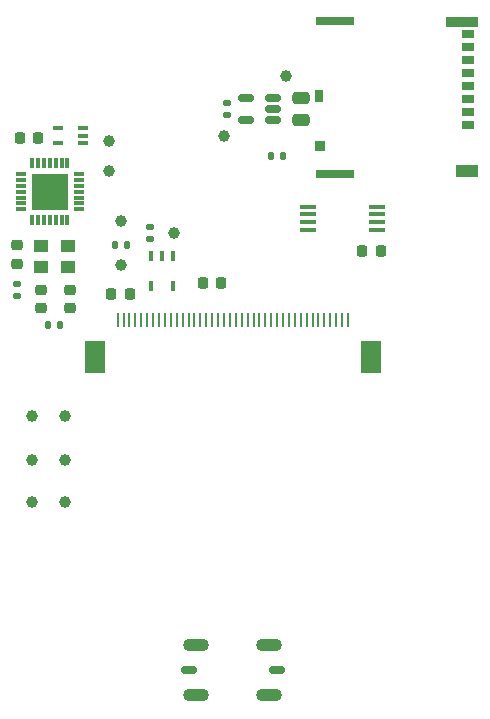
<source format=gbr>
%TF.GenerationSoftware,KiCad,Pcbnew,6.0.11-2627ca5db0~126~ubuntu22.04.1*%
%TF.CreationDate,2023-07-14T17:47:18-07:00*%
%TF.ProjectId,small-display,736d616c-6c2d-4646-9973-706c61792e6b,rev?*%
%TF.SameCoordinates,Original*%
%TF.FileFunction,Soldermask,Bot*%
%TF.FilePolarity,Negative*%
%FSLAX46Y46*%
G04 Gerber Fmt 4.6, Leading zero omitted, Abs format (unit mm)*
G04 Created by KiCad (PCBNEW 6.0.11-2627ca5db0~126~ubuntu22.04.1) date 2023-07-14 17:47:18*
%MOMM*%
%LPD*%
G01*
G04 APERTURE LIST*
G04 Aperture macros list*
%AMRoundRect*
0 Rectangle with rounded corners*
0 $1 Rounding radius*
0 $2 $3 $4 $5 $6 $7 $8 $9 X,Y pos of 4 corners*
0 Add a 4 corners polygon primitive as box body*
4,1,4,$2,$3,$4,$5,$6,$7,$8,$9,$2,$3,0*
0 Add four circle primitives for the rounded corners*
1,1,$1+$1,$2,$3*
1,1,$1+$1,$4,$5*
1,1,$1+$1,$6,$7*
1,1,$1+$1,$8,$9*
0 Add four rect primitives between the rounded corners*
20,1,$1+$1,$2,$3,$4,$5,0*
20,1,$1+$1,$4,$5,$6,$7,0*
20,1,$1+$1,$6,$7,$8,$9,0*
20,1,$1+$1,$8,$9,$2,$3,0*%
G04 Aperture macros list end*
%ADD10O,2.200000X1.100000*%
%ADD11O,1.400000X0.700000*%
%ADD12C,1.000000*%
%ADD13RoundRect,0.135000X0.185000X-0.135000X0.185000X0.135000X-0.185000X0.135000X-0.185000X-0.135000X0*%
%ADD14RoundRect,0.225000X0.225000X0.250000X-0.225000X0.250000X-0.225000X-0.250000X0.225000X-0.250000X0*%
%ADD15R,0.850000X0.400000*%
%ADD16RoundRect,0.225000X-0.225000X-0.250000X0.225000X-0.250000X0.225000X0.250000X-0.225000X0.250000X0*%
%ADD17RoundRect,0.225000X-0.250000X0.225000X-0.250000X-0.225000X0.250000X-0.225000X0.250000X0.225000X0*%
%ADD18RoundRect,0.007800X-0.422200X-0.122200X0.422200X-0.122200X0.422200X0.122200X-0.422200X0.122200X0*%
%ADD19RoundRect,0.007800X-0.122200X0.422200X-0.122200X-0.422200X0.122200X-0.422200X0.122200X0.422200X0*%
%ADD20R,3.100000X3.100000*%
%ADD21RoundRect,0.135000X-0.135000X-0.185000X0.135000X-0.185000X0.135000X0.185000X-0.135000X0.185000X0*%
%ADD22R,0.457200X0.952500*%
%ADD23RoundRect,0.150000X0.512500X0.150000X-0.512500X0.150000X-0.512500X-0.150000X0.512500X-0.150000X0*%
%ADD24RoundRect,0.135000X-0.185000X0.135000X-0.185000X-0.135000X0.185000X-0.135000X0.185000X0.135000X0*%
%ADD25RoundRect,0.250000X-0.475000X0.250000X-0.475000X-0.250000X0.475000X-0.250000X0.475000X0.250000X0*%
%ADD26R,1.100000X0.700000*%
%ADD27R,0.930000X0.900000*%
%ADD28R,0.780000X1.050000*%
%ADD29R,2.800000X0.860000*%
%ADD30R,3.330000X0.700000*%
%ADD31R,1.830000X1.140000*%
%ADD32R,1.300000X1.100000*%
%ADD33R,1.473200X0.355600*%
%ADD34RoundRect,0.135000X0.135000X0.185000X-0.135000X0.185000X-0.135000X-0.185000X0.135000X-0.185000X0*%
%ADD35R,0.254000X1.295400*%
%ADD36R,1.727200X2.794000*%
G04 APERTURE END LIST*
D10*
%TO.C,J1*%
X18400000Y-56350000D03*
X24600000Y-56350000D03*
D11*
X25250000Y-58500000D03*
D10*
X24600000Y-60650000D03*
X18400000Y-60650000D03*
D11*
X17750000Y-58500000D03*
%TD*%
D12*
%TO.C,TP4*%
X11000000Y-13750000D03*
%TD*%
D13*
%TO.C,R4*%
X14500000Y-22010000D03*
X14500000Y-20990000D03*
%TD*%
D12*
%TO.C,TP1*%
X26000000Y-8250000D03*
%TD*%
D14*
%TO.C,C4*%
X5025000Y-13500000D03*
X3475000Y-13500000D03*
%TD*%
D15*
%TO.C,U6*%
X8775000Y-12600000D03*
X8775000Y-13250000D03*
X8775000Y-13900000D03*
X6675000Y-13900000D03*
X6675000Y-12600000D03*
%TD*%
D16*
%TO.C,C2*%
X18975000Y-25750000D03*
X20525000Y-25750000D03*
%TD*%
D17*
%TO.C,C5*%
X3250000Y-22552500D03*
X3250000Y-24102500D03*
%TD*%
%TO.C,CX2*%
X5250000Y-26302500D03*
X5250000Y-27852500D03*
%TD*%
D18*
%TO.C,U5*%
X3565000Y-19500000D03*
X3565000Y-19000000D03*
X3565000Y-18500000D03*
X3565000Y-18000000D03*
X3565000Y-17500000D03*
X3565000Y-17000000D03*
X3565000Y-16500000D03*
D19*
X4500000Y-15565000D03*
X5000000Y-15565000D03*
X5500000Y-15565000D03*
X6000000Y-15565000D03*
X6500000Y-15565000D03*
X7000000Y-15565000D03*
X7500000Y-15565000D03*
D18*
X8435000Y-16500000D03*
X8435000Y-17000000D03*
X8435000Y-17500000D03*
X8435000Y-18000000D03*
X8435000Y-18500000D03*
X8435000Y-19000000D03*
X8435000Y-19500000D03*
D19*
X7500000Y-20435000D03*
X7000000Y-20435000D03*
X6500000Y-20435000D03*
X6000000Y-20435000D03*
X5500000Y-20435000D03*
X5000000Y-20435000D03*
X4500000Y-20435000D03*
D20*
X6000000Y-18000000D03*
%TD*%
D12*
%TO.C,TP5*%
X20750000Y-13250000D03*
%TD*%
D21*
%TO.C,R8*%
X5883641Y-29327500D03*
X6903641Y-29327500D03*
%TD*%
D12*
%TO.C,TP10*%
X4500000Y-37000000D03*
%TD*%
D22*
%TO.C,U4*%
X14560200Y-23473650D03*
X15500000Y-23473650D03*
X16439800Y-23473650D03*
X16452500Y-26026350D03*
X14547500Y-26026350D03*
%TD*%
D23*
%TO.C,U3*%
X24887500Y-10050000D03*
X24887500Y-11000000D03*
X24887500Y-11950000D03*
X22612500Y-11950000D03*
X22612500Y-10050000D03*
%TD*%
D24*
%TO.C,R3*%
X21000000Y-10490000D03*
X21000000Y-11510000D03*
%TD*%
D17*
%TO.C,CX1*%
X7750000Y-26302500D03*
X7750000Y-27852500D03*
%TD*%
D12*
%TO.C,TP11*%
X7250000Y-40750000D03*
%TD*%
%TO.C,TP8*%
X12000000Y-20500000D03*
%TD*%
D25*
%TO.C,C1*%
X27250000Y-10050000D03*
X27250000Y-11950000D03*
%TD*%
D12*
%TO.C,TP2*%
X16500000Y-21500000D03*
%TD*%
D21*
%TO.C,R10*%
X24740000Y-15000000D03*
X25760000Y-15000000D03*
%TD*%
D12*
%TO.C,TP7*%
X12000000Y-24250000D03*
%TD*%
D26*
%TO.C,J2*%
X41375000Y-12380000D03*
X41375000Y-11280000D03*
X41375000Y-10180000D03*
X41375000Y-9080000D03*
X41375000Y-7980000D03*
X41375000Y-6880000D03*
X41375000Y-5780000D03*
X41375000Y-4680000D03*
D27*
X28910000Y-14170000D03*
D28*
X28835000Y-9905000D03*
D29*
X40875000Y-3600000D03*
D30*
X30110000Y-3520000D03*
X30110000Y-16480000D03*
D31*
X41360000Y-16260000D03*
%TD*%
D32*
%TO.C,Y1*%
X5250000Y-22577500D03*
X7550000Y-22577500D03*
X7550000Y-24377500D03*
X5250000Y-24377500D03*
%TD*%
D12*
%TO.C,TP13*%
X4500000Y-44250000D03*
%TD*%
D24*
%TO.C,R9*%
X3250000Y-25807500D03*
X3250000Y-26827500D03*
%TD*%
D12*
%TO.C,TP12*%
X4500000Y-40750000D03*
%TD*%
%TO.C,TP6*%
X11000000Y-16250000D03*
%TD*%
D14*
%TO.C,C6*%
X34025000Y-23000000D03*
X32475000Y-23000000D03*
%TD*%
D33*
%TO.C,U7*%
X27829000Y-21224979D03*
X27829000Y-20574993D03*
X27829000Y-19925007D03*
X27829000Y-19275021D03*
X33671000Y-19275021D03*
X33671000Y-19925007D03*
X33671000Y-20574993D03*
X33671000Y-21224979D03*
%TD*%
D14*
%TO.C,C3*%
X12775000Y-26650000D03*
X11225000Y-26650000D03*
%TD*%
D34*
%TO.C,R5*%
X12510000Y-22520000D03*
X11490000Y-22520000D03*
%TD*%
D35*
%TO.C,J5*%
X31250001Y-28904700D03*
X30749999Y-28904700D03*
X30250000Y-28904700D03*
X29750001Y-28904700D03*
X29250000Y-28904700D03*
X28750001Y-28904700D03*
X28249999Y-28904700D03*
X27750000Y-28904700D03*
X27250001Y-28904700D03*
X26750000Y-28904700D03*
X26250001Y-28904700D03*
X25749999Y-28904700D03*
X25250000Y-28904700D03*
X24750001Y-28904700D03*
X24250000Y-28904700D03*
X23750001Y-28904700D03*
X23249999Y-28904700D03*
X22750000Y-28904700D03*
X22250001Y-28904700D03*
X21750000Y-28904700D03*
X21250000Y-28904700D03*
X20749999Y-28904700D03*
X20250000Y-28904700D03*
X19750001Y-28904700D03*
X19249999Y-28904700D03*
X18750000Y-28904700D03*
X18249999Y-28904700D03*
X17750000Y-28904700D03*
X17250001Y-28904700D03*
X16749999Y-28904700D03*
X16250000Y-28904700D03*
X15750001Y-28904700D03*
X15250000Y-28904700D03*
X14750001Y-28904700D03*
X14249999Y-28904700D03*
X13750000Y-28904700D03*
X13250001Y-28904700D03*
X12750000Y-28904700D03*
X12250001Y-28904700D03*
X11749999Y-28904700D03*
D36*
X33189999Y-31984699D03*
X9810001Y-31984699D03*
%TD*%
D12*
%TO.C,TP3*%
X7250000Y-44250000D03*
%TD*%
%TO.C,TP9*%
X7250000Y-37000000D03*
%TD*%
M02*

</source>
